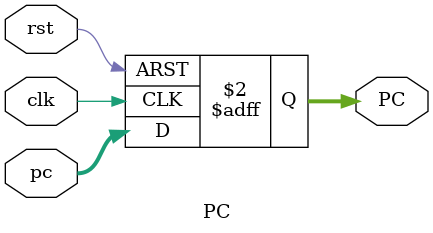
<source format=v>
module PC (
    input clk,
    input rst,  //复位信号
    input [31:0] pc,
    output reg [31:0] PC
    );

    always @(posedge clk,posedge rst) begin
        if(rst)
        PC<=32'b0;
        else
        PC<=pc;
    end
endmodule //PC
</source>
